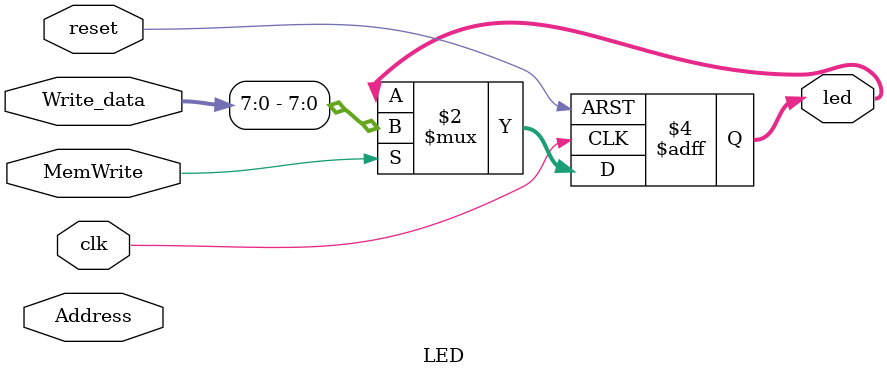
<source format=v>
module LED(reset, clk, Address, Write_data, MemWrite, led);
	input reset, clk;
    input [31:0] Address, Write_data;
    input MemWrite;
    output reg [7:0] led;
    
    always @(posedge reset or posedge clk) begin
        if (reset) begin
            led <= 8'h00;
        end
        else if (MemWrite) begin
            led <= Write_data[7:0];
        end
    end
    
endmodule

</source>
